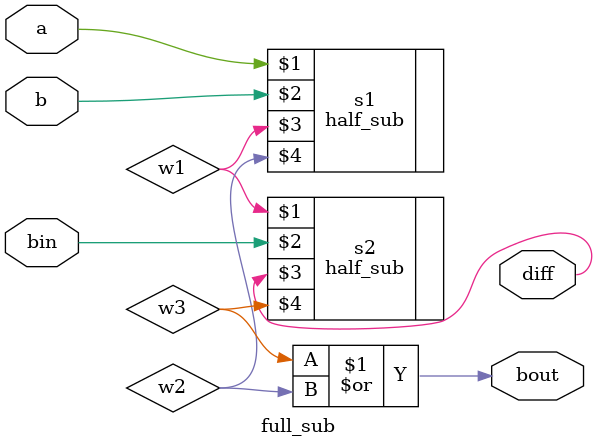
<source format=v>
module full_sub(a, b, bin, diff, bout);
input a, b, bin;
output diff, bout;
wire w1, w2, w3;

//instantiting half adder;
half_sub s1 (a, b, w1, w2);
half_sub s2(w1, bin, diff, w3);
or or1(bout, w3, w2);

endmodule 


</source>
